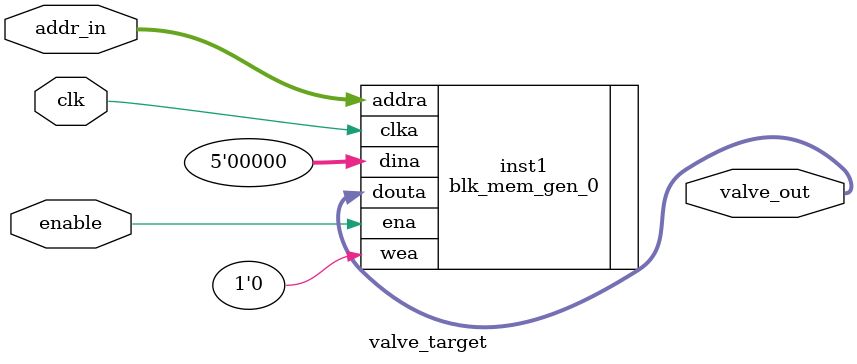
<source format=v>
`timescale 1ns / 100ps


module valve_target(clk,addr_in,enable,valve_out);
	input clk;
	input [5:0] addr_in;
	input enable;
	
	output wire [5:0]valve_out ;
	
	
blk_mem_gen_0 inst1 (
  .clka(clk),    // input wire clka
  .ena(enable),      // input wire ena
  .wea(1'b0),      // input wire [0 : 0] wea
  .addra(addr_in),  // input wire [5 : 0] addra
  .dina(5'b0),    // input wire [5 : 0] dina
  .douta(valve_out)  // output wire [5 : 0] douta
);


endmodule

</source>
